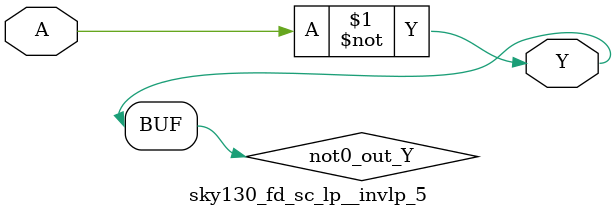
<source format=v>
module sky130_fd_sc_lp__invlp_5 (
    Y,
    A
);
    output Y;
    input  A;
    wire not0_out_Y;
    not not0 (not0_out_Y, A              );
    buf buf0 (Y         , not0_out_Y     );
endmodule
</source>
